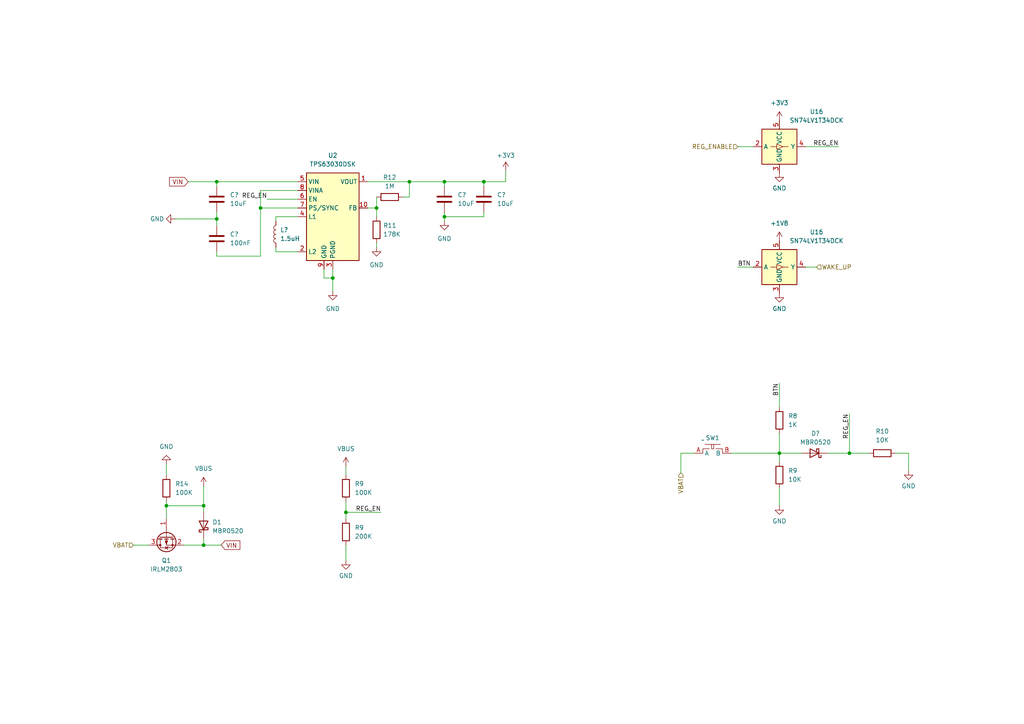
<source format=kicad_sch>
(kicad_sch (version 20230121) (generator eeschema)
  (paper "A4")
  (title_block (title "DC DC Regulator With SW Control") (date "2024-06-08") (rev "v1.0.0") (comment 1 "Author Turgay HOPAL"))
  (lib_symbols
    (symbol "Device:C" (pin_numbers hide) (pin_names (offset 0.254))
      (property "Reference" "C" (at 0.635 2.54 0))
      (property "Value" "C" (at 0.635 -2.54 0))
      (symbol "C_0_1"
        (polyline (pts (xy -2.032 -0.762) (xy 2.032 -0.762)) (stroke (width 0.508)))
        (polyline (pts (xy -2.032 0.762) (xy 2.032 0.762)) (stroke (width 0.508)))
      )
      (symbol "C_1_1"
        (pin passive line (at 0 3.81 270) (length 2.794) (name "~") (number "1"))
        (pin passive line (at 0 -3.81 90) (length 2.794) (name "~") (number "2"))
      )
    )
    (symbol "Device:L" (pin_numbers hide) (pin_names (offset 1.016) hide)
      (property "Reference" "L" (at -1.27 0 90))
      (property "Value" "L" (at 1.905 0 90))
      (symbol "L_0_1"
        (arc (start 0 -2.54) (mid 0.6323 -1.905) (end 0 -1.27))
        (arc (start 0 -1.27) (mid 0.6323 -0.635) (end 0 0))
        (arc (start 0 0) (mid 0.6323 0.635) (end 0 1.27))
        (arc (start 0 1.27) (mid 0.6323 1.905) (end 0 2.54))
      )
      (symbol "L_1_1"
        (pin passive line (at 0 3.81 270) (length 1.27) (name "1") (number "1"))
        (pin passive line (at 0 -3.81 90) (length 1.27) (name "2") (number "2"))
      )
    )
    (symbol "Device:R" (pin_numbers hide) (pin_names (offset 0))
      (property "Reference" "R" (at 2.032 0 90))
      (property "Value" "R" (at 0 0 90))
      (symbol "R_0_1"
        (rectangle (start -1.016 -2.54) (end 1.016 2.54) (stroke (width 0.254)))
      )
      (symbol "R_1_1"
        (pin passive line (at 0 3.81 270) (length 1.27) (name "~") (number "1"))
        (pin passive line (at 0 -3.81 90) (length 1.27) (name "~") (number "2"))
      )
    )
    (symbol "Diode:MBR0520" (pin_numbers hide) (pin_names (offset 1.016) hide)
      (property "Reference" "D" (at 0 2.54 0))
      (property "Value" "MBR0520" (at 0 -2.54 0))
      (symbol "MBR0520_0_1"
        (polyline (pts (xy 1.27 0) (xy -1.27 0)))
        (polyline (pts (xy 1.27 1.27) (xy 1.27 -1.27) (xy -1.27 0) (xy 1.27 1.27)) (stroke (width 0.254)))
        (polyline (pts (xy -1.905 0.635) (xy -1.905 1.27) (xy -1.27 1.27) (xy -1.27 -1.27) (xy -0.635 -1.27) (xy -0.635 -0.635)) (stroke (width 0.254)))
      )
      (symbol "MBR0520_1_1"
        (pin passive line (at -3.81 0 0) (length 2.54) (name "K") (number "1"))
        (pin passive line (at 3.81 0 180) (length 2.54) (name "A") (number "2"))
      )
    )
    (symbol "EVQ-PSD02K:EVQ-PSD02K"
      (property "Reference" "SW?" (at 2.54 0.635 0))
      (symbol "EVQ-PSD02K_0_1"
        (polyline (pts (xy 0.635 -1.27) (xy 5.08 -1.27)))
        (polyline (pts (xy 0 -3.81) (xy 0 -2.54) (xy 1.905 -2.54)))
        (polyline (pts (xy 3.81 -2.54) (xy 5.715 -2.54) (xy 5.715 -3.81)))
        (polyline (pts (xy 3.175 -1.27) (xy 3.175 -2.54) (xy 2.54 -2.54) (xy 2.54 -1.27)))
      )
      (symbol "EVQ-PSD02K_1_1"
        (pin input line (at -2.54 -3.81 0) (length 2.54) (name "A") (number "A"))
        (pin input line (at 8.255 -3.81 180) (length 2.54) (name "B") (number "B"))
      )
    )
    (symbol "Logic_LevelTranslator:SN74LV1T34DCK"
      (property "Reference" "U" (at 5.08 6.35 0))
      (property "Value" "SN74LV1T34DCK" (at 5.08 3.81 0))
      (symbol "SN74LV1T34DCK_0_1"
        (rectangle (start -5.08 5.08) (end 5.08 -5.08) (stroke (width 0.254)) (fill (type background)))
        (polyline (pts (xy -0.762 0) (xy -2.54 0)))
        (polyline (pts (xy 1.016 0) (xy 2.54 0)))
      )
      (symbol "SN74LV1T34DCK_1_1"
        (polyline (pts (xy -0.762 -0.762) (xy -0.762 0.762) (xy 1.016 0) (xy -0.762 -0.762)))
        (pin no_connect line (at -5.08 2.54 0) (length 2.54) hide (name "NC") (number "1"))
        (pin input line (at -7.62 0 0) (length 2.54) (name "A") (number "2"))
        (pin power_in line (at 0 -7.62 90) (length 2.54) (name "GND") (number "3"))
        (pin output line (at 7.62 0 180) (length 2.54) (name "Y") (number "4"))
        (pin power_in line (at 0 7.62 270) (length 2.54) (name "VCC") (number "5"))
      )
    )
    (symbol "Regulator_Switching:TPS63030DSK"
      (property "Reference" "U" (at -7.62 13.97 0))
      (property "Value" "TPS63030DSK" (at 5.08 13.97 0))
      (symbol "TPS63030DSK_0_1"
        (rectangle (start -7.62 12.7) (end 7.62 -12.7) (stroke (width 0.254)) (fill (type background)))
      )
      (symbol "TPS63030DSK_1_1"
        (pin power_out line (at 10.16 10.16 180) (length 2.54) (name "VOUT") (number "1"))
        (pin input line (at 10.16 2.54 180) (length 2.54) (name "FB") (number "10"))
        (pin passive line (at 0 -15.24 90) (length 2.54) hide (name "PGND") (number "11"))
        (pin input line (at -10.16 -10.16 0) (length 2.54) (name "L2") (number "2"))
        (pin power_in line (at 0 -15.24 90) (length 2.54) (name "PGND") (number "3"))
        (pin input line (at -10.16 0 0) (length 2.54) (name "L1") (number "4"))
        (pin power_in line (at -10.16 10.16 0) (length 2.54) (name "VIN") (number "5"))
        (pin input line (at -10.16 5.08 0) (length 2.54) (name "EN") (number "6"))
        (pin input line (at -10.16 2.54 0) (length 2.54) (name "PS/SYNC") (number "7"))
        (pin passive line (at -10.16 7.62 0) (length 2.54) (name "VINA") (number "8"))
        (pin power_in line (at -2.54 -15.24 90) (length 2.54) (name "GND") (number "9"))
      )
    )
    (symbol "Transistor_FET:IRLML6402" (pin_names hide)
      (property "Reference" "Q" (at 5.08 1.905 0))
      (property "Value" "IRLML6402" (at 5.08 0 0))
      (symbol "IRLML6402_0_1"
        (polyline (pts (xy 0.254 0) (xy -2.54 0)))
        (polyline (pts (xy 0.254 1.905) (xy 0.254 -1.905)) (stroke (width 0.254)))
        (polyline (pts (xy 0.762 -1.27) (xy 0.762 -2.286)) (stroke (width 0.254)))
        (polyline (pts (xy 0.762 0.508) (xy 0.762 -0.508)) (stroke (width 0.254)))
        (polyline (pts (xy 0.762 2.286) (xy 0.762 1.27)) (stroke (width 0.254)))
        (polyline (pts (xy 2.54 2.54) (xy 2.54 1.778)))
        (polyline (pts (xy 2.54 -2.54) (xy 2.54 0) (xy 0.762 0)))
        (polyline (pts (xy 0.762 1.778) (xy 3.302 1.778) (xy 3.302 -1.778) (xy 0.762 -1.778)))
        (polyline (pts (xy 2.286 0) (xy 1.27 0.381) (xy 1.27 -0.381) (xy 2.286 0)) (fill (type outline)))
        (polyline (pts (xy 2.794 -0.508) (xy 2.921 -0.381) (xy 3.683 -0.381) (xy 3.81 -0.254)))
        (polyline (pts (xy 3.302 -0.381) (xy 2.921 0.254) (xy 3.683 0.254) (xy 3.302 -0.381)))
        (circle (center 1.651 0) (radius 2.794) (stroke (width 0.254)))
        (circle (center 2.54 -1.778) (radius 0.254) (fill (type outline)))
        (circle (center 2.54 1.778) (radius 0.254) (fill (type outline)))
      )
      (symbol "IRLML6402_1_1"
        (pin input line (at -5.08 0 0) (length 2.54) (name "G") (number "1"))
        (pin passive line (at 2.54 -5.08 90) (length 2.54) (name "S") (number "2"))
        (pin passive line (at 2.54 5.08 270) (length 2.54) (name "D") (number "3"))
      )
    )
    (symbol "power:+1V8" (power) (pin_names (offset 0))
      (property "Value" "+1V8" (at 0 3.556 0))
      (symbol "+1V8_0_1"
        (polyline (pts (xy -0.762 1.27) (xy 0 2.54)))
        (polyline (pts (xy 0 0) (xy 0 2.54)))
        (polyline (pts (xy 0 2.54) (xy 0.762 1.27)))
      )
      (symbol "+1V8_1_1"
        (pin power_in line (at 0 0 90) (length 0) hide (name "+1V8") (number "1"))
      )
    )
    (symbol "power:+3V3" (power) (pin_names (offset 0))
      (property "Value" "+3V3" (at 0 3.556 0))
      (symbol "+3V3_0_1"
        (polyline (pts (xy -0.762 1.27) (xy 0 2.54)))
        (polyline (pts (xy 0 0) (xy 0 2.54)))
        (polyline (pts (xy 0 2.54) (xy 0.762 1.27)))
      )
      (symbol "+3V3_1_1"
        (pin power_in line (at 0 0 90) (length 0) hide (name "+3V3") (number "1"))
      )
    )
    (symbol "power:GND" (power) (pin_names (offset 0))
      (property "Value" "GND" (at 0 -3.81 0))
      (symbol "GND_0_1"
        (polyline (pts (xy 0 0) (xy 0 -1.27) (xy 1.27 -1.27) (xy 0 -2.54) (xy -1.27 -1.27) (xy 0 -1.27)))
      )
      (symbol "GND_1_1"
        (pin power_in line (at 0 0 270) (length 0) hide (name "GND") (number "1"))
      )
    )
    (symbol "power:VBUS" (power) (pin_names (offset 0))
      (property "Value" "VBUS" (at 0 3.81 0))
      (symbol "VBUS_0_1"
        (polyline (pts (xy -0.762 1.27) (xy 0 2.54)))
        (polyline (pts (xy 0 0) (xy 0 2.54)))
        (polyline (pts (xy 0 2.54) (xy 0.762 1.27)))
      )
      (symbol "VBUS_1_1"
        (pin power_in line (at 0 0 90) (length 0) hide (name "VBUS") (number "1"))
      )
    )
  )
  (junction (at 59.055 158.115))
  (junction (at 128.905 52.705))
  (junction (at 48.26 146.685))
  (junction (at 75.565 60.325))
  (junction (at 118.745 52.705))
  (junction (at 59.055 146.685))
  (junction (at 128.905 62.865))
  (junction (at 100.33 148.59))
  (junction (at 109.22 60.325))
  (junction (at 62.865 52.705))
  (junction (at 96.52 80.645))
  (junction (at 226.06 131.445))
  (junction (at 62.865 63.5))
  (junction (at 140.335 52.705))
  (junction (at 246.38 131.445))
  (wire (pts (xy 128.905 52.705) (xy 128.905 53.975)))
  (wire (pts (xy 62.865 63.5) (xy 62.865 61.595)))
  (wire (pts (xy 226.06 131.445) (xy 232.41 131.445)))
  (wire (pts (xy 213.995 42.545) (xy 218.44 42.545)))
  (wire (pts (xy 75.565 60.325) (xy 86.36 60.325)))
  (wire (pts (xy 59.055 140.97) (xy 59.055 146.685)))
  (wire (pts (xy 128.905 61.595) (xy 128.905 62.865)))
  (wire (pts (xy 116.84 57.15) (xy 118.745 57.15)))
  (wire (pts (xy 62.865 63.5) (xy 62.865 65.405)))
  (wire (pts (xy 226.06 111.125) (xy 226.06 118.11)))
  (wire (pts (xy 246.38 131.445) (xy 252.095 131.445)))
  (wire (pts (xy 96.52 78.105) (xy 96.52 80.645)))
  (wire (pts (xy 62.865 52.705) (xy 86.36 52.705)))
  (wire (pts (xy 140.335 62.865) (xy 128.905 62.865)))
  (wire (pts (xy 75.565 55.245) (xy 86.36 55.245)))
  (wire (pts (xy 50.8 63.5) (xy 62.865 63.5)))
  (wire (pts (xy 118.745 57.15) (xy 118.745 52.705)))
  (wire (pts (xy 226.06 131.445) (xy 226.06 133.985)))
  (wire (pts (xy 48.26 134.62) (xy 48.26 137.795)))
  (wire (pts (xy 62.865 73.025) (xy 62.865 74.295)))
  (wire (pts (xy 54.61 52.705) (xy 62.865 52.705)))
  (wire (pts (xy 100.33 148.59) (xy 100.33 150.495)))
  (wire (pts (xy 243.205 42.545) (xy 233.68 42.545)))
  (wire (pts (xy 212.09 131.445) (xy 226.06 131.445)))
  (wire (pts (xy 118.745 52.705) (xy 128.905 52.705)))
  (wire (pts (xy 59.055 148.59) (xy 59.055 146.685)))
  (wire (pts (xy 59.055 156.21) (xy 59.055 158.115)))
  (wire (pts (xy 140.335 52.705) (xy 140.335 53.975)))
  (wire (pts (xy 38.735 158.115) (xy 43.18 158.115)))
  (wire (pts (xy 75.565 55.245) (xy 75.565 60.325)))
  (wire (pts (xy 93.98 80.645) (xy 96.52 80.645)))
  (wire (pts (xy 226.06 125.73) (xy 226.06 131.445)))
  (wire (pts (xy 110.49 148.59) (xy 100.33 148.59)))
  (wire (pts (xy 93.98 78.105) (xy 93.98 80.645)))
  (wire (pts (xy 259.715 131.445) (xy 263.525 131.445)))
  (wire (pts (xy 59.055 158.115) (xy 64.135 158.115)))
  (wire (pts (xy 80.01 73.025) (xy 86.36 73.025)))
  (wire (pts (xy 128.905 52.705) (xy 140.335 52.705)))
  (wire (pts (xy 75.565 60.325) (xy 75.565 74.295)))
  (wire (pts (xy 240.03 131.445) (xy 246.38 131.445)))
  (wire (pts (xy 100.33 145.415) (xy 100.33 148.59)))
  (wire (pts (xy 100.33 158.115) (xy 100.33 162.56)))
  (wire (pts (xy 96.52 80.645) (xy 96.52 84.455)))
  (wire (pts (xy 236.855 77.47) (xy 233.68 77.47)))
  (wire (pts (xy 80.01 62.865) (xy 86.36 62.865)))
  (wire (pts (xy 100.33 135.255) (xy 100.33 137.795)))
  (wire (pts (xy 86.36 57.785) (xy 77.47 57.785)))
  (wire (pts (xy 109.22 60.325) (xy 109.22 62.865)))
  (wire (pts (xy 109.22 70.485) (xy 109.22 71.755)))
  (wire (pts (xy 59.055 158.115) (xy 53.34 158.115)))
  (wire (pts (xy 106.68 60.325) (xy 109.22 60.325)))
  (wire (pts (xy 59.055 146.685) (xy 48.26 146.685)))
  (wire (pts (xy 140.335 61.595) (xy 140.335 62.865)))
  (wire (pts (xy 48.26 146.685) (xy 48.26 150.495)))
  (wire (pts (xy 213.995 77.47) (xy 218.44 77.47)))
  (wire (pts (xy 226.06 141.605) (xy 226.06 146.685)))
  (wire (pts (xy 80.01 64.135) (xy 80.01 62.865)))
  (wire (pts (xy 197.485 137.16) (xy 197.485 131.445)))
  (wire (pts (xy 246.38 120.015) (xy 246.38 131.445)))
  (wire (pts (xy 48.26 145.415) (xy 48.26 146.685)))
  (wire (pts (xy 140.335 52.705) (xy 146.685 52.705)))
  (wire (pts (xy 62.865 52.705) (xy 62.865 53.975)))
  (wire (pts (xy 80.01 71.755) (xy 80.01 73.025)))
  (wire (pts (xy 263.525 131.445) (xy 263.525 136.525)))
  (wire (pts (xy 128.905 62.865) (xy 128.905 64.135)))
  (wire (pts (xy 106.68 52.705) (xy 118.745 52.705)))
  (wire (pts (xy 62.865 74.295) (xy 75.565 74.295)))
  (wire (pts (xy 109.22 60.325) (xy 109.22 57.15)))
  (wire (pts (xy 146.685 52.705) (xy 146.685 49.53)))
  (wire (pts (xy 197.485 131.445) (xy 201.295 131.445)))
  (label "REG_EN" (at 243.205 42.545 180))
  (label "BTN" (at 226.06 111.125 270))
  (label "BTN" (at 213.995 77.47 0))
  (label "REG_EN" (at 110.49 148.59 180))
  (label "REG_EN" (at 246.38 120.015 270))
  (label "REG_EN" (at 77.47 57.785 180))
  (global_label "VIN" (shape input) (at 64.135 158.115 0) (property "Intersheetrefs" "${INTERSHEET_REFS}" (effects hide)))
  (global_label "VIN" (shape input) (at 54.61 52.705 180) (property "Intersheetrefs" "${INTERSHEET_REFS}" (effects hide)))
  (hierarchical_label "REG_ENABLE" (shape input) (at 213.995 42.545 180))
  (hierarchical_label "VBAT" (shape input) (at 38.735 158.115 180))
  (hierarchical_label "WAKE_UP" (shape input) (at 236.855 77.47 0))
  (hierarchical_label "VBAT" (shape input) (at 197.485 137.16 270))
  (symbol (lib_id "power:GND") (at 226.06 146.685 0) (unit 1)
    (property "Reference" "#PWR018" (effects hide))
    (property "Value" "GND" (at 226.06 151.13 0))
    (instances (project "Pam3Controller" (path "" (reference "#PWR018") (unit 1))) (project "DualWatch" (path "" (reference "#PWR0106") (unit 1))))
  )
  (symbol (lib_id "Logic_LevelTranslator:SN74LV1T34DCK") (at 226.06 77.47 0) (unit 1)
    (property "Reference" "U16" (at 236.855 67.31 0))
    (property "Value" "SN74LV1T34DCK" (at 236.855 69.85 0))
    (property "Footprint" "Package_TO_SOT_SMD:SOT-353_SC-70-5" (effects hide))
    (property "Datasheet" "https://www.ti.com/lit/ds/symlink/sn74lv1t34.pdf" (effects hide))
    (instances (project "DualWatch" (path "" (reference "U16") (unit 1)) (path "" (reference "U22") (unit 1))))
  )
  (symbol (lib_id "Device:C") (at 62.865 57.785 0) (unit 1)
    (property "Reference" "C?" (at 66.675 56.515 0) (effects (justify left)))
    (property "Value" "10uF" (at 66.675 59.055 0) (effects (justify left)))
    (property "Footprint" "Capacitor_SMD:C_0603_1608Metric" (effects hide))
    (instances (project "tps6303" (path "" (reference "C?") (unit 1))) (project "Pam3Controller" (path "" (reference "C10") (unit 1))) (project "MicroFlightController-v2" (path "" (reference "C?") (unit 1))) (project "DualWatch" (path "" (reference "C56") (unit 1))))
  )
  (symbol (lib_id "power:VBUS") (at 100.33 135.255 0) (unit 1)
    (property "Reference" "#PWR049" (effects hide))
    (property "Value" "VBUS" (at 100.33 130.175 0))
    (instances (project "tlv70433" (path "" (reference "#PWR049") (unit 1))) (project "MicroFlightController-v2" (path "" (reference "#PWR043") (unit 1)) (path "" (reference "#PWR041") (unit 1))) (project "DualWatch" (path "" (reference "#PWR097") (unit 1))) (project "MiniDroneController" (path "" (reference "#PWR049") (unit 1))))
  )
  (symbol (lib_id "Regulator_Switching:TPS63030DSK") (at 96.52 62.865 0) (unit 1)
    (property "Reference" "U2" (at 96.52 45.085 0))
    (property "Value" "TPS63030DSK" (at 96.52 47.625 0))
    (property "Footprint" "Package_SON:WSON-10-1EP_2.5x2.5mm_P0.5mm_EP1.2x2mm" (effects hide))
    (property "Datasheet" "http://www.ti.com/lit/ds/symlink/tps63030.pdf" (effects hide))
    (instances (project "Pam3Controller" (path "" (reference "U2") (unit 1))) (project "DualWatch" (path "" (reference "U20") (unit 1))))
  )
  (symbol (lib_id "EVQ-PSD02K:EVQ-PSD02K") (at 203.835 127.635 0) (unit 1)
    (property "Reference" "SW1" (at 206.6925 127 0))
    (property "Value" "~" (at 203.835 127.635 0))
    (property "Footprint" "EVQ-PSD02K:EVQ-PSD02K" (effects hide))
    (property "Datasheet" "https://cdn.ozdisan.com/ETicaret_Dosya/623107_992501.pdf" (effects hide))
  )
  (symbol (lib_id "Device:R") (at 48.26 141.605 0) (unit 1)
    (property "Reference" "R14" (at 50.8 140.335 0) (effects (justify left)))
    (property "Value" "100K" (at 50.8 142.875 0) (effects (justify left)))
    (property "Footprint" "Resistor_SMD:R_0402_1005Metric" (effects hide))
    (instances (project "tlv70433" (path "" (reference "R14") (unit 1))) (project "MicroFlightController-v2" (path "" (reference "R20") (unit 1)) (path "" (reference "R12") (unit 1))) (project "DualWatch" (path "" (reference "R18") (unit 1))) (project "MiniDroneController" (path "" (reference "R14") (unit 1))))
  )
  (symbol (lib_id "power:GND") (at 226.06 50.165 0) (unit 1)
    (property "Reference" "#PWR070" (effects hide))
    (property "Value" "GND" (at 226.06 54.61 0))
    (instances (project "DualWatch" (path "" (reference "#PWR070") (unit 1)) (path "" (reference "#PWR0103") (unit 1))))
  )
  (symbol (lib_id "Device:R") (at 109.22 66.675 180) (unit 1)
    (property "Reference" "R11" (at 111.125 65.405 0) (effects (justify right)))
    (property "Value" "178K" (at 111.125 67.945 0) (effects (justify right)))
    (property "Footprint" "Resistor_SMD:R_0402_1005Metric" (effects hide))
    (instances (project "Pam3Controller" (path "" (reference "R11") (unit 1))) (project "DualWatch" (path "" (reference "R21") (unit 1))))
  )
  (symbol (lib_id "Device:C") (at 128.905 57.785 0) (unit 1)
    (property "Reference" "C?" (at 132.715 56.515 0) (effects (justify left)))
    (property "Value" "10uF" (at 132.715 59.055 0) (effects (justify left)))
    (property "Footprint" "Capacitor_SMD:C_0603_1608Metric" (effects hide))
    (instances (project "tps6303" (path "" (reference "C?") (unit 1))) (project "Pam3Controller" (path "" (reference "C14") (unit 1))) (project "MicroFlightController-v2" (path "" (reference "C?") (unit 1))) (project "DualWatch" (path "" (reference "C58") (unit 1))))
  )
  (symbol (lib_id "Device:R") (at 226.06 121.92 0) (unit 1)
    (property "Reference" "R8" (at 228.6 120.65 0) (effects (justify left)))
    (property "Value" "1K" (at 228.6 123.19 0) (effects (justify left)))
    (property "Footprint" "Resistor_SMD:R_0402_1005Metric" (effects hide))
    (instances (project "Pam3Controller" (path "" (reference "R8") (unit 1))) (project "DualWatch" (path "" (reference "R23") (unit 1))))
  )
  (symbol (lib_id "Device:R") (at 100.33 141.605 0) (unit 1)
    (property "Reference" "R9" (at 102.87 140.335 0) (effects (justify left)))
    (property "Value" "100K" (at 102.87 142.875 0) (effects (justify left)))
    (property "Footprint" "Resistor_SMD:R_0402_1005Metric" (effects hide))
    (instances (project "Pam3Controller" (path "" (reference "R9") (unit 1))) (project "DualWatch" (path "" (reference "R19") (unit 1))))
  )
  (symbol (lib_id "Device:R") (at 226.06 137.795 0) (unit 1)
    (property "Reference" "R9" (at 228.6 136.525 0) (effects (justify left)))
    (property "Value" "10K" (at 228.6 139.065 0) (effects (justify left)))
    (property "Footprint" "Resistor_SMD:R_0402_1005Metric" (effects hide))
    (instances (project "Pam3Controller" (path "" (reference "R9") (unit 1))) (project "DualWatch" (path "" (reference "R24") (unit 1))))
  )
  (symbol (lib_id "Device:R") (at 113.03 57.15 90) (unit 1)
    (property "Reference" "R12" (at 113.03 51.435 90))
    (property "Value" "1M" (at 113.03 53.975 90))
    (property "Footprint" "Resistor_SMD:R_0402_1005Metric" (effects hide))
    (instances (project "Pam3Controller" (path "" (reference "R12") (unit 1))) (project "DualWatch" (path "" (reference "R22") (unit 1))))
  )
  (symbol (lib_id "power:+3V3") (at 226.06 34.925 0) (unit 1)
    (property "Reference" "#PWR069" (effects hide))
    (property "Value" "+3V3" (at 226.06 29.845 0))
    (instances (project "DualWatch" (path "" (reference "#PWR069") (unit 1)) (path "" (reference "#PWR0102") (unit 1))))
  )
  (symbol (lib_id "power:VBUS") (at 59.055 140.97 0) (unit 1)
    (property "Reference" "#PWR049" (effects hide))
    (property "Value" "VBUS" (at 59.055 135.89 0))
    (instances (project "tlv70433" (path "" (reference "#PWR049") (unit 1))) (project "MicroFlightController-v2" (path "" (reference "#PWR043") (unit 1)) (path "" (reference "#PWR041") (unit 1))) (project "DualWatch" (path "" (reference "#PWR095") (unit 1))) (project "MiniDroneController" (path "" (reference "#PWR049") (unit 1))))
  )
  (symbol (lib_id "power:GND") (at 48.26 134.62 180) (unit 1)
    (property "Reference" "#PWR048" (effects hide))
    (property "Value" "GND" (at 48.26 129.54 0))
    (instances (project "tlv70433" (path "" (reference "#PWR048") (unit 1))) (project "MicroFlightController-v2" (path "" (reference "#PWR042") (unit 1)) (path "" (reference "#PWR039") (unit 1))) (project "DualWatch" (path "" (reference "#PWR093") (unit 1))) (project "MiniDroneController" (path "" (reference "#PWR048") (unit 1))))
  )
  (symbol (lib_id "power:GND") (at 96.52 84.455 0) (unit 1)
    (property "Reference" "#PWR?" (effects hide))
    (property "Value" "GND" (at 96.52 89.535 0))
    (instances (project "tps6303" (path "" (reference "#PWR?") (unit 1))) (project "Pam3Controller" (path "" (reference "#PWR022") (unit 1))) (project "MicroFlightController-v2" (path "" (reference "#PWR?") (unit 1))) (project "DualWatch" (path "" (reference "#PWR096") (unit 1))))
  )
  (symbol (lib_id "power:GND") (at 128.905 64.135 0) (unit 1)
    (property "Reference" "#PWR?" (effects hide))
    (property "Value" "GND" (at 128.905 69.215 0))
    (instances (project "tps6303" (path "" (reference "#PWR?") (unit 1))) (project "Pam3Controller" (path "" (reference "#PWR026") (unit 1))) (project "MicroFlightController-v2" (path "" (reference "#PWR?") (unit 1))) (project "DualWatch" (path "" (reference "#PWR0100") (unit 1))))
  )
  (symbol (lib_id "power:GND") (at 100.33 162.56 0) (unit 1)
    (property "Reference" "#PWR098" (effects hide))
    (property "Value" "GND" (at 100.33 167.005 0))
  )
  (symbol (lib_id "Transistor_FET:IRLML6402") (at 48.26 155.575 90) (mirror x) (unit 1)
    (property "Reference" "Q1" (at 48.26 162.56 90))
    (property "Value" "IRLM2803" (at 48.26 165.1 90))
    (property "Footprint" "Package_TO_SOT_SMD:SOT-23" (effects hide))
    (property "Datasheet" "https://cdn.ozdisan.com/ETicaret_Dosya/512905_1545340.pdf" (effects hide))
    (instances (project "tlv70433" (path "" (reference "Q1") (unit 1))) (project "MicroFlightController-v2" (path "" (reference "Q1") (unit 1)) (path "" (reference "Q1") (unit 1))) (project "DualWatch" (path "" (reference "Q2") (unit 1))) (project "MiniDroneController" (path "" (reference "Q1") (unit 1))))
  )
  (symbol (lib_id "power:GND") (at 226.06 85.09 0) (unit 1)
    (property "Reference" "#PWR070" (effects hide))
    (property "Value" "GND" (at 226.06 89.535 0))
    (instances (project "DualWatch" (path "" (reference "#PWR070") (unit 1)) (path "" (reference "#PWR0105") (unit 1))))
  )
  (symbol (lib_id "power:GND") (at 50.8 63.5 270) (unit 1)
    (property "Reference" "#PWR?" (effects hide))
    (property "Value" "GND" (at 47.625 63.5 90) (effects (justify right)))
    (instances (project "tps6303" (path "" (reference "#PWR?") (unit 1))) (project "Pam3Controller" (path "" (reference "#PWR019") (unit 1))) (project "MicroFlightController-v2" (path "" (reference "#PWR?") (unit 1))) (project "DualWatch" (path "" (reference "#PWR094") (unit 1))))
  )
  (symbol (lib_id "power:+3V3") (at 146.685 49.53 0) (unit 1)
    (property "Reference" "#PWR0101" (effects hide))
    (property "Value" "+3V3" (at 146.685 45.085 0))
  )
  (symbol (lib_id "power:GND") (at 109.22 71.755 0) (unit 1)
    (property "Reference" "#PWR?" (effects hide))
    (property "Value" "GND" (at 109.22 76.835 0))
    (instances (project "tps6303" (path "" (reference "#PWR?") (unit 1))) (project "Pam3Controller" (path "" (reference "#PWR024") (unit 1))) (project "MicroFlightController-v2" (path "" (reference "#PWR?") (unit 1))) (project "DualWatch" (path "" (reference "#PWR099") (unit 1))))
  )
  (symbol (lib_id "Device:R") (at 100.33 154.305 0) (unit 1)
    (property "Reference" "R9" (at 102.87 153.035 0) (effects (justify left)))
    (property "Value" "200K" (at 102.87 155.575 0) (effects (justify left)))
    (property "Footprint" "Resistor_SMD:R_0402_1005Metric" (effects hide))
    (instances (project "Pam3Controller" (path "" (reference "R9") (unit 1))) (project "DualWatch" (path "" (reference "R20") (unit 1))))
  )
  (symbol (lib_id "Device:R") (at 255.905 131.445 90) (unit 1)
    (property "Reference" "R10" (at 255.905 125.095 90))
    (property "Value" "10K" (at 255.905 127.635 90))
    (property "Footprint" "Resistor_SMD:R_0402_1005Metric" (effects hide))
    (instances (project "Pam3Controller" (path "" (reference "R10") (unit 1))) (project "DualWatch" (path "" (reference "R25") (unit 1))))
  )
  (symbol (lib_id "Logic_LevelTranslator:SN74LV1T34DCK") (at 226.06 42.545 0) (unit 1)
    (property "Reference" "U16" (at 236.855 32.385 0))
    (property "Value" "SN74LV1T34DCK" (at 236.855 34.925 0))
    (property "Footprint" "Package_TO_SOT_SMD:SOT-353_SC-70-5" (effects hide))
    (property "Datasheet" "https://www.ti.com/lit/ds/symlink/sn74lv1t34.pdf" (effects hide))
    (instances (project "DualWatch" (path "" (reference "U16") (unit 1)) (path "" (reference "U21") (unit 1))))
  )
  (symbol (lib_id "Device:L") (at 80.01 67.945 180) (unit 1)
    (property "Reference" "L?" (at 81.28 66.675 0) (effects (justify right)))
    (property "Value" "1.5uH" (at 81.28 69.215 0) (effects (justify right)))
    (property "Footprint" "Inductor_SMD:L_Murata_DFE201610P" (effects hide))
    (property "Datasheet" "https://cdn.ozdisan.com/ETicaret_Dosya/736629_181229.pdf" (effects hide))
    (instances (project "tps6303" (path "" (reference "L?") (unit 1))) (project "Pam3Controller" (path "" (reference "L1") (unit 1))) (project "MicroFlightController-v2" (path "" (reference "L?") (unit 1))) (project "DualWatch" (path "" (reference "L14") (unit 1))))
  )
  (symbol (lib_id "Diode:MBR0520") (at 59.055 152.4 90) (unit 1)
    (property "Reference" "D1" (at 61.595 151.4475 90) (effects (justify right)))
    (property "Value" "MBR0520" (at 61.595 153.9875 90) (effects (justify right)))
    (property "Footprint" "Diode_SMD:D_SOD-123" (effects hide))
    (property "Datasheet" "http://www.mccsemi.com/up_pdf/MBR0520~MBR0580(SOD123).pdf" (effects hide))
    (instances (project "tlv70433" (path "" (reference "D1") (unit 1))) (project "MicroFlightController-v2" (path "" (reference "D1") (unit 1)) (path "" (reference "D1") (unit 1))) (project "DualWatch" (path "" (reference "D3") (unit 1))) (project "MiniDroneController" (path "" (reference "D1") (unit 1))))
  )
  (symbol (lib_id "Device:C") (at 140.335 57.785 0) (unit 1)
    (property "Reference" "C?" (at 144.145 56.515 0) (effects (justify left)))
    (property "Value" "10uF" (at 144.145 59.055 0) (effects (justify left)))
    (property "Footprint" "Capacitor_SMD:C_0603_1608Metric" (effects hide))
    (instances (project "tps6303" (path "" (reference "C?") (unit 1))) (project "Pam3Controller" (path "" (reference "C15") (unit 1))) (project "MicroFlightController-v2" (path "" (reference "C?") (unit 1))) (project "DualWatch" (path "" (reference "C59") (unit 1))))
  )
  (symbol (lib_id "Device:C") (at 62.865 69.215 0) (unit 1)
    (property "Reference" "C?" (at 66.675 67.945 0) (effects (justify left)))
    (property "Value" "100nF" (at 66.675 70.485 0) (effects (justify left)))
    (property "Footprint" "Capacitor_SMD:C_0402_1005Metric" (effects hide))
    (instances (project "tps6303" (path "" (reference "C?") (unit 1))) (project "Pam3Controller" (path "" (reference "C11") (unit 1))) (project "MicroFlightController-v2" (path "" (reference "C?") (unit 1))) (project "DualWatch" (path "" (reference "C57") (unit 1))))
  )
  (symbol (lib_id "Diode:MBR0520") (at 236.22 131.445 180) (unit 1)
    (property "Reference" "D?" (at 236.5375 125.73 0))
    (property "Value" "MBR0520" (at 236.5375 128.27 0))
    (property "Footprint" "Diode_SMD:D_SOD-123" (effects hide))
    (property "Datasheet" "http://www.mccsemi.com/up_pdf/MBR0520~MBR0580(SOD123).pdf" (effects hide))
    (instances (project "tps6303" (path "" (reference "D?") (unit 1))) (project "tlv70433" (path "" (reference "D?") (unit 1))) (project "Pam3Controller" (path "" (reference "D3") (unit 1)) (path "" (reference "D1") (unit 1))) (project "MicroFlightController-v2" (path "" (reference "D?") (unit 1)) (path "" (reference "D?") (unit 1))) (project "DualWatch" (path "" (reference "D4") (unit 1))) (project "MiniDroneController" (path "" (reference "D?") (unit 1))))
  )
  (symbol (lib_id "power:+1V8") (at 226.06 69.85 0) (unit 1)
    (property "Reference" "#PWR0104" (effects hide))
    (property "Value" "+1V8" (at 226.06 64.77 0))
  )
  (symbol (lib_id "power:GND") (at 263.525 136.525 0) (unit 1)
    (property "Reference" "#PWR021" (effects hide))
    (property "Value" "GND" (at 263.525 140.97 0))
    (instances (project "Pam3Controller" (path "" (reference "#PWR021") (unit 1))) (project "DualWatch" (path "" (reference "#PWR0107") (unit 1))))
  )
)
</source>
